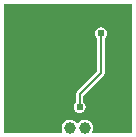
<source format=gbl>
G04 Layer_Physical_Order=4*
G04 Layer_Color=16711680*
%FSLAX24Y24*%
%MOIN*%
G70*
G01*
G75*
%ADD22C,0.0080*%
%ADD25C,0.0394*%
%ADD27C,0.0240*%
%ADD28C,0.0210*%
G36*
X2182Y-2050D02*
X883D01*
X875Y-2043D01*
X855Y-2000D01*
X860Y-1990D01*
X872Y-1962D01*
X880Y-1932D01*
X886Y-1901D01*
X887Y-1870D01*
X886Y-1839D01*
X880Y-1808D01*
X872Y-1778D01*
X860Y-1750D01*
X845Y-1722D01*
X827Y-1697D01*
X806Y-1674D01*
X783Y-1653D01*
X758Y-1635D01*
X730Y-1620D01*
X702Y-1608D01*
X672Y-1600D01*
X641Y-1594D01*
X610Y-1593D01*
X579Y-1594D01*
X548Y-1600D01*
X518Y-1608D01*
X490Y-1620D01*
X462Y-1635D01*
X437Y-1653D01*
X414Y-1674D01*
X393Y-1697D01*
X390Y-1701D01*
X384Y-1704D01*
X336D01*
X330Y-1701D01*
X327Y-1697D01*
X306Y-1674D01*
X283Y-1653D01*
X258Y-1635D01*
X230Y-1620D01*
X202Y-1608D01*
X172Y-1600D01*
X141Y-1594D01*
X110Y-1593D01*
X79Y-1594D01*
X48Y-1600D01*
X18Y-1608D01*
X-10Y-1620D01*
X-38Y-1635D01*
X-63Y-1653D01*
X-86Y-1674D01*
X-107Y-1697D01*
X-125Y-1722D01*
X-140Y-1750D01*
X-152Y-1778D01*
X-160Y-1808D01*
X-166Y-1839D01*
X-167Y-1870D01*
X-166Y-1901D01*
X-160Y-1932D01*
X-152Y-1962D01*
X-140Y-1990D01*
X-135Y-2000D01*
X-155Y-2043D01*
X-163Y-2050D01*
X-2100D01*
Y2272D01*
X2182D01*
Y-2050D01*
D02*
G37*
%LPC*%
G36*
X1150Y1480D02*
X1124Y1479D01*
X1098Y1474D01*
X1073Y1465D01*
X1050Y1454D01*
X1028Y1439D01*
X1008Y1422D01*
X991Y1402D01*
X976Y1380D01*
X965Y1357D01*
X956Y1332D01*
X951Y1306D01*
X950Y1280D01*
X951Y1254D01*
X956Y1228D01*
X965Y1203D01*
X976Y1180D01*
X991Y1158D01*
X1008Y1138D01*
X1028Y1121D01*
X1030Y1120D01*
Y10D01*
X354Y-666D01*
X341Y-681D01*
X331Y-697D01*
X324Y-714D01*
X320Y-732D01*
X318Y-751D01*
Y-1009D01*
X317Y-1010D01*
X297Y-1027D01*
X280Y-1047D01*
X265Y-1069D01*
X254Y-1092D01*
X245Y-1117D01*
X240Y-1143D01*
X238Y-1169D01*
X240Y-1195D01*
X245Y-1221D01*
X254Y-1245D01*
X265Y-1269D01*
X280Y-1291D01*
X297Y-1310D01*
X317Y-1328D01*
X339Y-1342D01*
X362Y-1354D01*
X387Y-1362D01*
X413Y-1367D01*
X439Y-1369D01*
X465Y-1367D01*
X491Y-1362D01*
X515Y-1354D01*
X539Y-1342D01*
X561Y-1328D01*
X580Y-1310D01*
X598Y-1291D01*
X612Y-1269D01*
X624Y-1245D01*
X632Y-1221D01*
X637Y-1195D01*
X639Y-1169D01*
X637Y-1143D01*
X632Y-1117D01*
X624Y-1092D01*
X612Y-1069D01*
X598Y-1047D01*
X580Y-1027D01*
X561Y-1010D01*
X559Y-1009D01*
Y-801D01*
X1235Y-125D01*
X1247Y-111D01*
X1257Y-95D01*
X1264Y-77D01*
X1269Y-59D01*
X1270Y-40D01*
Y1120D01*
X1272Y1121D01*
X1292Y1138D01*
X1309Y1158D01*
X1324Y1180D01*
X1335Y1203D01*
X1344Y1228D01*
X1349Y1254D01*
X1350Y1280D01*
X1349Y1306D01*
X1344Y1332D01*
X1335Y1357D01*
X1324Y1380D01*
X1309Y1402D01*
X1292Y1422D01*
X1272Y1439D01*
X1250Y1454D01*
X1227Y1465D01*
X1202Y1474D01*
X1176Y1479D01*
X1150Y1480D01*
D02*
G37*
%LPD*%
D22*
X439Y-751D02*
X1150Y-40D01*
Y1280D01*
X439Y-1169D02*
Y-751D01*
D25*
X110Y-1870D02*
D03*
X610D02*
D03*
D27*
X2060Y-1930D02*
D03*
X-1980D02*
D03*
X-270Y-1830D02*
D03*
X990D02*
D03*
X-1980Y-690D02*
D03*
X2050Y-1150D02*
D03*
X1420D02*
D03*
X2060Y2150D02*
D03*
X370Y2160D02*
D03*
X1990Y260D02*
D03*
X-1819Y331D02*
D03*
X-1980Y-1150D02*
D03*
X2060Y1520D02*
D03*
X-1990Y1250D02*
D03*
X2080Y911D02*
D03*
X739Y-1169D02*
D03*
X-986Y353D02*
D03*
X-1376Y373D02*
D03*
X-1976Y-47D02*
D03*
X-690Y1070D02*
D03*
X370Y1090D02*
D03*
X-1760Y2160D02*
D03*
X1150Y1280D02*
D03*
X439Y-1169D02*
D03*
X-460Y1690D02*
D03*
D28*
X109Y-59D02*
D03*
M02*

</source>
